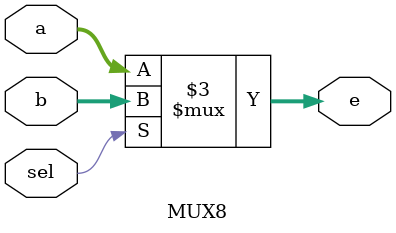
<source format=v>
module MUX8(a,b,sel,e);
	input [7:0] a;
	input [7:0] b;
	input sel;
	output reg [7:0]e;
	always @(*)begin
	if(sel)
		e = b;
	else
		e = a;
	end
endmodule

</source>
